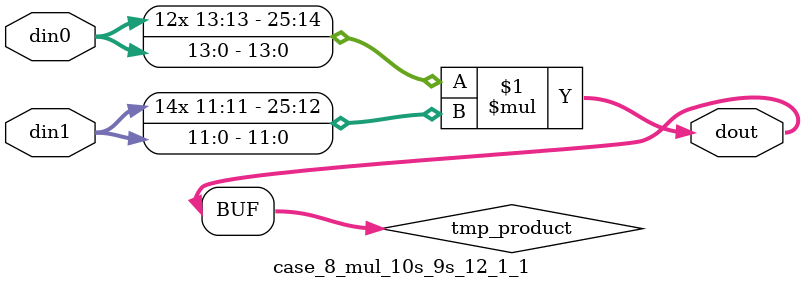
<source format=v>

`timescale 1 ns / 1 ps

 module case_8_mul_10s_9s_12_1_1(din0, din1, dout);
parameter ID = 1;
parameter NUM_STAGE = 0;
parameter din0_WIDTH = 14;
parameter din1_WIDTH = 12;
parameter dout_WIDTH = 26;

input [din0_WIDTH - 1 : 0] din0; 
input [din1_WIDTH - 1 : 0] din1; 
output [dout_WIDTH - 1 : 0] dout;

wire signed [dout_WIDTH - 1 : 0] tmp_product;



























assign tmp_product = $signed(din0) * $signed(din1);








assign dout = tmp_product;





















endmodule

</source>
